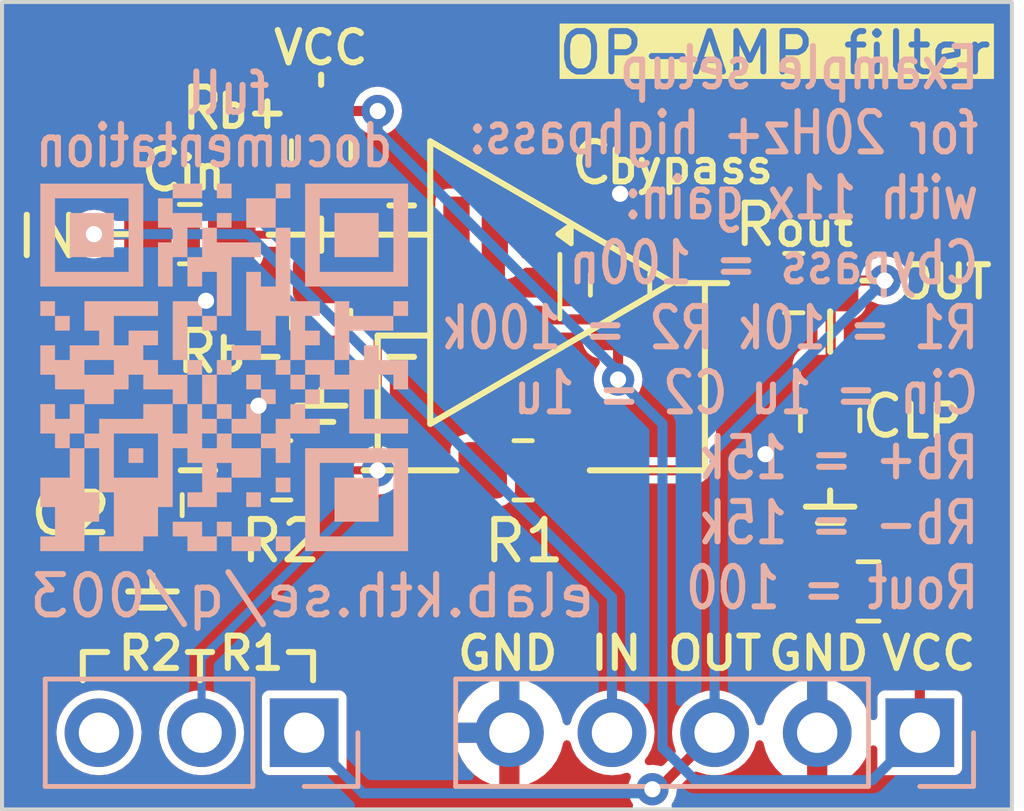
<source format=kicad_pcb>
(kicad_pcb (version 20241229) (generator "pcbnew") (generator_version "9.0")
  (layers (0 "F.Cu" signal) (2 "B.Cu" signal) (13 "F.Paste" user) (15 "B.Paste" user) (5 "F.SilkS" user "F.Silkscreen") (7 "B.SilkS" user "B.Silkscreen") (1 "F.Mask" user) (3 "B.Mask" user) (25 "Edge.Cuts" user))
  (net 0 "")
  (net 1 "VCC")
  (net 2 "GND")
  (net 3 "/in-")
  (net 4 "/out")
  (net 5 "/in+")
  (net 6 "/in")
  (net 7 "Net-(C2-Pad1)")
  (net 8 "Net-(R1-Pad1)")
  (footprint "Package_TO_SOT_SMD:SOT-23-5_HandSoldering" (layer "F.Cu") (at 96.2 61.95 -90)
    (property "Reference" "U1" (hide yes))
    (property "Value" "MCP6001-OT")
    (fp_line (start -0.9 1.61) (end 0.9 1.61) (stroke (width 0.12)) (layer "F.SilkS"))
    (fp_line (start 0.1 -1.61) (end -0.7 -1.61) (stroke (width 0.12)) (layer "F.SilkS"))
    (fp_line (start 0.1 -1.61) (end 0.9 -1.61) (stroke (width 0.12)) (layer "F.SilkS"))
    (fp_poly (pts (xy -1.2 -1.56) (xy -1.44 -1.89) (xy -0.96 -1.89) (xy -1.2 -1.56)) (stroke (width 0.12)) (fill yes) (layer "F.SilkS"))
    (pad "1" smd roundrect (at -1.35 -0.95 270) (size 1.56 0.65) (layers "F.Cu" "F.Mask" "F.Paste") (net 8 "Net-(R1-Pad1)"))
    (pad "2" smd roundrect (at -1.35 0 270) (size 1.56 0.65) (layers "F.Cu" "F.Mask" "F.Paste") (net 2 "GND"))
    (pad "3" smd roundrect (at -1.35 0.95 270) (size 1.56 0.65) (layers "F.Cu" "F.Mask" "F.Paste") (net 5 "/in+"))
    (pad "4" smd roundrect (at 1.35 0.95 270) (size 1.56 0.65) (layers "F.Cu" "F.Mask" "F.Paste") (net 3 "/in-"))
    (pad "5" smd roundrect (at 1.35 -0.95 270) (size 1.56 0.65) (layers "F.Cu" "F.Mask" "F.Paste") (net 1 "VCC"))
  )
  (footprint "Capacitor_SMD:C_0805_2012Metric_Pad1.18x1.45mm_HandSolder" (layer "F.Cu") (at 99.3 62 90)
    (property "Reference" "C4" (hide yes))
    (property "Value" "100n")
    (fp_line (start -0.261252 -0.735) (end 0.261252 -0.735) (stroke (width 0.12)) (layer "F.SilkS"))
    (fp_line (start -0.261252 0.735) (end 0.261252 0.735) (stroke (width 0.12)) (layer "F.SilkS"))
    (pad "1" smd roundrect (at -1.0375 0 90) (size 1.175 1.45) (layers "F.Cu" "F.Mask" "F.Paste") (roundrect_rratio 0.212766) (net 1 "VCC"))
    (pad "2" smd roundrect (at 1.0375 0 90) (size 1.175 1.45) (layers "F.Cu" "F.Mask" "F.Paste") (roundrect_rratio 0.212766) (net 2 "GND"))
  )
  (footprint "Capacitor_SMD:C_0805_2012Metric_Pad1.18x1.45mm_HandSolder" (layer "F.Cu") (at 87.725 67.4625 -90)
    (property "Reference" "C2" (at 0.2125 2.025 0) (layer "F.SilkS"))
    (property "Value" "10u")
    (fp_line (start -0.261252 0.735) (end 0.261252 0.735) (stroke (width 0.12)) (layer "F.SilkS"))
    (fp_line (start -0.261252 -0.735) (end 0.261252 -0.735) (stroke (width 0.12)) (layer "F.SilkS"))
    (pad "1" smd roundrect (at -1.0375 0 270) (size 1.175 1.45) (layers "F.Cu" "F.Mask" "F.Paste") (roundrect_rratio 0.212766) (net 7 "Net-(C2-Pad1)"))
    (pad "2" smd roundrect (at 1.0375 0 270) (size 1.175 1.45) (layers "F.Cu" "F.Mask" "F.Paste") (roundrect_rratio 0.212766) (net 2 "GND"))
  )
  (footprint "Capacitor_SMD:C_0805_2012Metric_Pad1.18x1.45mm_HandSolder" (layer "F.Cu") (at 88.65 60.75)
    (property "Reference" "C1" (hide yes))
    (property "Value" "1u")
    (fp_line (start -0.261252 -0.735) (end 0.261252 -0.735) (stroke (width 0.12)) (layer "F.SilkS"))
    (fp_line (start -0.261252 0.735) (end 0.261252 0.735) (stroke (width 0.12)) (layer "F.SilkS"))
    (pad "1" smd roundrect (at -1.0375 0) (size 1.175 1.45) (layers "F.Cu" "F.Mask" "F.Paste") (roundrect_rratio 0.212766) (net 6 "/in"))
    (pad "2" smd roundrect (at 1.0375 0) (size 1.175 1.45) (layers "F.Cu" "F.Mask" "F.Paste") (roundrect_rratio 0.212766) (net 5 "/in+"))
  )
  (footprint "Resistor_SMD:R_0805_2012Metric_Pad1.20x1.40mm_HandSolder" (layer "F.Cu") (at 103.6 61.9625 180)
    (property "Reference" "R3" (hide yes))
    (property "Value" "100")
    (fp_line (start -0.227064 0.735) (end 0.227064 0.735) (stroke (width 0.12)) (layer "F.SilkS"))
    (fp_line (start -0.227064 -0.735) (end 0.227064 -0.735) (stroke (width 0.12)) (layer "F.SilkS"))
    (pad "1" smd roundrect (at -1 0 180) (size 1.2 1.4) (layers "F.Cu" "F.Mask" "F.Paste") (roundrect_rratio 0.208333) (net 4 "/out"))
    (pad "2" smd roundrect (at 1 0 180) (size 1.2 1.4) (layers "F.Cu" "F.Mask" "F.Paste") (roundrect_rratio 0.208333) (net 8 "Net-(R1-Pad1)"))
  )
  (footprint "Capacitor_SMD:C_0805_2012Metric_Pad1.18x1.45mm_HandSolder" (layer "F.Cu") (at 104.5 65.3625 -90)
    (property "Reference" "C3" (hide yes))
    (property "Value" "100n")
    (fp_line (start -0.261252 0.735) (end 0.261252 0.735) (stroke (width 0.12)) (layer "F.SilkS"))
    (fp_line (start -0.261252 -0.735) (end 0.261252 -0.735) (stroke (width 0.12)) (layer "F.SilkS"))
    (pad "1" smd roundrect (at -1.0375 0 270) (size 1.175 1.45) (layers "F.Cu" "F.Mask" "F.Paste") (roundrect_rratio 0.212766) (net 4 "/out"))
    (pad "2" smd roundrect (at 1.0375 0 270) (size 1.175 1.45) (layers "F.Cu" "F.Mask" "F.Paste") (roundrect_rratio 0.212766) (net 2 "GND"))
  )
  (footprint "Resistor_SMD:R_0805_2012Metric_Pad1.20x1.40mm_HandSolder" (layer "F.Cu") (at 91.9 58.6625 -90)
    (property "Reference" "Rb+1" (hide yes))
    (property "Value" "15k")
    (fp_line (start -0.227064 0.735) (end 0.227064 0.735) (stroke (width 0.12)) (layer "F.SilkS"))
    (fp_line (start -0.227064 -0.735) (end 0.227064 -0.735) (stroke (width 0.12)) (layer "F.SilkS"))
    (pad "1" smd roundrect (at -1 0 270) (size 1.2 1.4) (layers "F.Cu" "F.Mask" "F.Paste") (roundrect_rratio 0.208333) (net 1 "VCC"))
    (pad "2" smd roundrect (at 1 0 270) (size 1.2 1.4) (layers "F.Cu" "F.Mask" "F.Paste") (roundrect_rratio 0.208333) (net 5 "/in+"))
  )
  (footprint "Resistor_SMD:R_0805_2012Metric_Pad1.20x1.40mm_HandSolder" (layer "F.Cu") (at 90.925 66.6)
    (property "Reference" "R2" (at -0.025 1.75 0) (layer "F.SilkS"))
    (property "Value" "1k")
    (fp_line (start -0.227064 -0.735) (end 0.227064 -0.735) (stroke (width 0.12)) (layer "F.SilkS"))
    (fp_line (start -0.227064 0.735) (end 0.227064 0.735) (stroke (width 0.12)) (layer "F.SilkS"))
    (pad "1" smd roundrect (at -1 0) (size 1.2 1.4) (layers "F.Cu" "F.Mask" "F.Paste") (roundrect_rratio 0.208333) (net 7 "Net-(C2-Pad1)"))
    (pad "2" smd roundrect (at 1 0) (size 1.2 1.4) (layers "F.Cu" "F.Mask" "F.Paste") (roundrect_rratio 0.208333) (net 3 "/in-"))
  )
  (footprint "Resistor_SMD:R_0805_2012Metric_Pad1.20x1.40mm_HandSolder" (layer "F.Cu") (at 96.9 66.6 180)
    (property "Reference" "R1" (at -0.025 -1.75 180) (layer "F.SilkS"))
    (property "Value" "10k")
    (fp_line (start -0.227064 0.735) (end 0.227064 0.735) (stroke (width 0.12)) (layer "F.SilkS"))
    (fp_line (start -0.227064 -0.735) (end 0.227064 -0.735) (stroke (width 0.12)) (layer "F.SilkS"))
    (pad "1" smd roundrect (at -1 0 180) (size 1.2 1.4) (layers "F.Cu" "F.Mask" "F.Paste") (roundrect_rratio 0.208333) (net 8 "Net-(R1-Pad1)"))
    (pad "2" smd roundrect (at 1 0 180) (size 1.2 1.4) (layers "F.Cu" "F.Mask" "F.Paste") (roundrect_rratio 0.208333) (net 3 "/in-"))
  )
  (footprint "Resistor_SMD:R_0805_2012Metric_Pad1.20x1.40mm_HandSolder" (layer "F.Cu") (at 91.9 62.8625 90)
    (property "Reference" "Rb-1" (hide yes))
    (property "Value" "15k")
    (fp_line (start -0.227064 -0.735) (end 0.227064 -0.735) (stroke (width 0.12)) (layer "F.SilkS"))
    (fp_line (start -0.227064 0.735) (end 0.227064 0.735) (stroke (width 0.12)) (layer "F.SilkS"))
    (pad "1" smd roundrect (at -1 0 90) (size 1.2 1.4) (layers "F.Cu" "F.Mask" "F.Paste") (roundrect_rratio 0.208333) (net 2 "GND"))
    (pad "2" smd roundrect (at 1 0 90) (size 1.2 1.4) (layers "F.Cu" "F.Mask" "F.Paste") (roundrect_rratio 0.208333) (net 5 "/in+"))
  )
  (footprint "Capacitor_SMD:C_0805_2012Metric_Pad1.18x1.45mm_HandSolder" (layer "F.Cu") (at 105.45 69.6 180)
    (property "Reference" "C5" (hide yes))
    (property "Value" "10u")
    (fp_line (start -0.261252 0.735) (end 0.261252 0.735) (stroke (width 0.12)) (layer "F.SilkS"))
    (fp_line (start -0.261252 -0.735) (end 0.261252 -0.735) (stroke (width 0.12)) (layer "F.SilkS"))
    (pad "1" smd roundrect (at -1.0375 0 180) (size 1.175 1.45) (layers "F.Cu" "F.Mask" "F.Paste") (roundrect_rratio 0.212766) (net 1 "VCC"))
    (pad "2" smd roundrect (at 1.0375 0 180) (size 1.175 1.45) (layers "F.Cu" "F.Mask" "F.Paste") (roundrect_rratio 0.212766) (net 2 "GND"))
  )
  (footprint "LOGO" (layer "B.Cu") (at 89.5 64.05 180)
    (property "Reference" "G***" (hide yes))
    (property "Value" "LOGO" (hide yes))
    (fp_poly (pts (xy 3.823656 3.27742) (xy 3.823656 2.731183) (xy 3.277419 2.731183) (xy 2.731182 2.731183) (xy 2.731182 3.27742) (xy 2.731182 3.823656) (xy 3.277419 3.823656) (xy 3.823656 3.823656)) (fill yes) (layer "B.SilkS"))
    (fp_poly (pts (xy 2.367025 -2.184946) (xy 2.367025 -2.367025) (xy 2.184946 -2.367025) (xy 2.002867 -2.367025) (xy 2.002867 -2.184946) (xy 2.002867 -2.002867) (xy 2.184946 -2.002867) (xy 2.367025 -2.002867)) (fill yes) (layer "B.SilkS"))
    (fp_poly (pts (xy 1.274552 4.369893) (xy 1.274552 4.187814) (xy 0.910394 4.187814) (xy 0.546236 4.187814) (xy 0.546236 4.369893) (xy 0.546236 4.551972) (xy 0.910394 4.551972) (xy 1.274552 4.551972)) (fill yes) (layer "B.SilkS"))
    (fp_poly (pts (xy 0.182079 4.369893) (xy 0.182079 4.187814) (xy 0 4.187814) (xy -0.182079 4.187814) (xy -0.182079 4.369893) (xy -0.182079 4.551972) (xy 0 4.551972) (xy 0.182079 4.551972)) (fill yes) (layer "B.SilkS"))
    (fp_poly (pts (xy -0.182079 0.364158) (xy -0.182079 0.182079) (xy -0.546237 0.182079) (xy -0.910395 0.182079) (xy -0.910395 0.364158) (xy -0.910395 0.546237) (xy -0.546237 0.546237) (xy -0.182079 0.546237)) (fill yes) (layer "B.SilkS"))
    (fp_poly (pts (xy -0.546237 -3.277419) (xy -0.546237 -3.459498) (xy -0.728316 -3.459498) (xy -0.910395 -3.459498) (xy -0.910395 -3.277419) (xy -0.910395 -3.09534) (xy -0.728316 -3.09534) (xy -0.546237 -3.09534)) (fill yes) (layer "B.SilkS"))
    (fp_poly (pts (xy -1.274552 4.369893) (xy -1.274552 4.187814) (xy -1.456631 4.187814) (xy -1.63871 4.187814) (xy -1.63871 4.369893) (xy -1.63871 4.551972) (xy -1.456631 4.551972) (xy -1.274552 4.551972)) (fill yes) (layer "B.SilkS"))
    (fp_poly (pts (xy -1.274552 -2.913261) (xy -1.274552 -3.09534) (xy -1.456631 -3.09534) (xy -1.63871 -3.09534) (xy -1.63871 -2.913261) (xy -1.63871 -2.731182) (xy -1.456631 -2.731182) (xy -1.274552 -2.731182)) (fill yes) (layer "B.SilkS"))
    (fp_poly (pts (xy -1.274552 -4.369892) (xy -1.274552 -4.551971) (xy -1.456631 -4.551971) (xy -1.63871 -4.551971) (xy -1.63871 -4.369892) (xy -1.63871 -4.187813) (xy -1.456631 -4.187813) (xy -1.274552 -4.187813)) (fill yes) (layer "B.SilkS"))
    (fp_poly (pts (xy -2.002868 -0.728315) (xy -2.002868 -0.910394) (xy -2.184947 -0.910394) (xy -2.367025 -0.910394) (xy -2.367025 -0.728315) (xy -2.367025 -0.546236) (xy -2.184947 -0.546236) (xy -2.002868 -0.546236)) (fill yes) (layer "B.SilkS"))
    (fp_poly (pts (xy -2.731183 3.27742) (xy -2.731183 2.731183) (xy -3.27742 2.731183) (xy -3.823656 2.731183) (xy -3.823656 3.27742) (xy -3.823656 3.823656) (xy -3.27742 3.823656) (xy -2.731183 3.823656)) (fill yes) (layer "B.SilkS"))
    (fp_poly (pts (xy -2.731183 -3.277419) (xy -2.731183 -3.823656) (xy -3.27742 -3.823656) (xy -3.823656 -3.823656) (xy -3.823656 -3.277419) (xy -3.823656 -2.731182) (xy -3.27742 -2.731182) (xy -2.731183 -2.731182)) (fill yes) (layer "B.SilkS"))
    (fp_poly (pts (xy 4.551971 1.456631) (xy 4.551971 1.274552) (xy 4.369892 1.274552) (xy 4.187813 1.274552) (xy 4.187813 1.092473) (xy 4.187813 0.910395) (xy 4.005734 0.910395) (xy 3.823656 0.910395) (xy 3.823656 1.092473) (xy 3.823656 1.274552) (xy 4.005734 1.274552) (xy 4.187813 1.274552) (xy 4.187813 1.456631) (xy 4.187813 1.63871) (xy 4.369892 1.63871) (xy 4.551971 1.63871)) (fill yes) (layer "B.SilkS"))
    (fp_poly (pts (xy -0.546237 -0.364157) (xy -0.546237 -0.546236) (xy -0.728316 -0.546236) (xy -0.910395 -0.546236) (xy -0.910395 -0.728315) (xy -0.910395 -0.910394) (xy -1.092473 -0.910394) (xy -1.274552 -0.910394) (xy -1.274552 -0.728315) (xy -1.274552 -0.546236) (xy -1.092473 -0.546236) (xy -0.910395 -0.546236) (xy -0.910395 -0.364157) (xy -0.910395 -0.182079) (xy -0.728316 -0.182079) (xy -0.546237 -0.182079)) (fill yes) (layer "B.SilkS"))
    (fp_poly (pts (xy -1.274552 0) (xy -1.274552 -0.182079) (xy -1.456631 -0.182079) (xy -1.63871 -0.182079) (xy -1.63871 -0.364157) (xy -1.63871 -0.546236) (xy -1.820789 -0.546236) (xy -2.002868 -0.546236) (xy -2.002868 -0.364157) (xy -2.002868 -0.182079) (xy -1.820789 -0.182079) (xy -1.63871 -0.182079) (xy -1.63871 0) (xy -1.63871 0.182079) (xy -1.456631 0.182079) (xy -1.274552 0.182079)) (fill yes) (layer "B.SilkS"))
    (fp_poly (pts (xy 4.551971 3.27742) (xy 4.551971 2.002868) (xy 3.277419 2.002868) (xy 2.002867 2.002868) (xy 2.002867 3.27742) (xy 2.002867 4.187814) (xy 2.367025 4.187814) (xy 2.367025 3.27742) (xy 2.367025 2.367025) (xy 3.277419 2.367025) (xy 4.187813 2.367025) (xy 4.187813 3.27742) (xy 4.187813 4.187814) (xy 3.277419 4.187814) (xy 2.367025 4.187814) (xy 2.002867 4.187814) (xy 2.002867 4.551972) (xy 3.277419 4.551972) (xy 4.551971 4.551972)) (fill yes) (layer "B.SilkS"))
    (fp_poly (pts (xy -2.002868 3.27742) (xy -2.002868 2.002868) (xy -3.27742 2.002868) (xy -4.551972 2.002868) (xy -4.551972 3.27742) (xy -4.551972 4.187814) (xy -4.187814 4.187814) (xy -4.187814 3.27742) (xy -4.187814 2.367025) (xy -3.27742 2.367025) (xy -2.367025 2.367025) (xy -2.367025 3.27742) (xy -2.367025 4.187814) (xy -3.27742 4.187814) (xy -4.187814 4.187814) (xy -4.551972 4.187814) (xy -4.551972 4.551972) (xy -3.27742 4.551972) (xy -2.002868 4.551972)) (fill yes) (layer "B.SilkS"))
    (fp_poly (pts (xy -2.002868 -3.277419) (xy -2.002868 -4.551971) (xy -3.27742 -4.551971) (xy -4.551972 -4.551971) (xy -4.551972 -3.277419) (xy -4.551972 -2.367025) (xy -4.187814 -2.367025) (xy -4.187814 -3.277419) (xy -4.187814 -4.187813) (xy -3.27742 -4.187813) (xy -2.367025 -4.187813) (xy -2.367025 -3.277419) (xy -2.367025 -2.367025) (xy -3.27742 -2.367025) (xy -4.187814 -2.367025) (xy -4.551972 -2.367025) (xy -4.551972 -2.002867) (xy -3.27742 -2.002867) (xy -2.002868 -2.002867)) (fill yes) (layer "B.SilkS"))
    (fp_poly (pts (xy -0.546237 -1.092473) (xy -0.546237 -1.274552) (xy -0.364158 -1.274552) (xy -0.182079 -1.274552) (xy -0.182079 -1.092473) (xy -0.182079 -0.910394) (xy 0 -0.910394) (xy 0.182079 -0.910394) (xy 0.182079 -1.092473) (xy 0.182079 -1.274552) (xy 0 -1.274552) (xy -0.182079 -1.274552) (xy -0.182079 -1.45663) (xy -0.182079 -1.638709) (xy -0.546237 -1.638709) (xy -0.910395 -1.638709) (xy -0.910395 -1.274552) (xy -0.910395 -0.910394) (xy -0.728316 -0.910394) (xy -0.546237 -0.910394)) (fill yes) (layer "B.SilkS"))
    (fp_poly (pts (xy 0.182079 -4.005734) (xy 0.182079 -4.187813) (xy 0.364157 -4.187813) (xy 0.546236 -4.187813) (xy 0.546236 -4.005734) (xy 0.546236 -3.823656) (xy 0.910394 -3.823656) (xy 1.274552 -3.823656) (xy 1.274552 -4.005734) (xy 1.274552 -4.187813) (xy 1.092473 -4.187813) (xy 0.910394 -4.187813) (xy 0.910394 -4.369892) (xy 0.910394 -4.551971) (xy 0.546236 -4.551971) (xy 0.182079 -4.551971) (xy 0.182079 -4.369892) (xy 0.182079 -4.187813) (xy 0 -4.187813) (xy -0.182079 -4.187813) (xy -0.182079 -4.369892) (xy -0.182079 -4.551971) (xy -0.546237 -4.551971) (xy -0.910395 -4.551971) (xy -0.910395 -4.369892) (xy -0.910395 -4.187813) (xy -0.546237 -4.187813) (xy -0.182079 -4.187813) (xy -0.182079 -4.005734) (xy -0.182079 -3.823656) (xy 0 -3.823656) (xy 0.182079 -3.823656)) (fill yes) (layer "B.SilkS"))
    (fp_poly (pts (xy -0.546237 3.823656) (xy -0.546237 3.459499) (xy -0.910395 3.459499) (xy -1.274552 3.459499) (xy -1.274552 2.731183) (xy -1.274552 2.002868) (xy -1.092473 2.002868) (xy -0.910395 2.002868) (xy -0.910395 2.184947) (xy -0.910395 2.367025) (xy -0.728316 2.367025) (xy -0.546237 2.367025) (xy -0.546237 1.63871) (xy -0.546237 0.910395) (xy -0.728316 0.910395) (xy -0.910395 0.910395) (xy -0.910395 0.728316) (xy -0.910395 0.546237) (xy -1.092473 0.546237) (xy -1.274552 0.546237) (xy -1.274552 0.910395) (xy -1.274552 1.274552) (xy -1.456631 1.274552) (xy -1.63871 1.274552) (xy -1.63871 0.728316) (xy -1.63871 0.182079) (xy -1.820789 0.182079) (xy -2.002868 0.182079) (xy -2.002868 0) (xy -2.002868 -0.182079) (xy -2.184947 -0.182079) (xy -2.367025 -0.182079) (xy -2.367025 -0.364157) (xy -2.367025 -0.546236) (xy -2.731183 -0.546236) (xy -3.095341 -0.546236) (xy -3.095341 -1.092473) (xy -3.095341 -1.638709) (xy -3.823656 -1.638709) (xy -4.551972 -1.638709) (xy -4.551972 -1.45663) (xy -4.551972 -1.274552) (xy -4.005735 -1.274552) (xy -3.459499 -1.274552) (xy -3.459499 -0.910394) (xy -3.459499 -0.546236) (xy -3.641577 -0.546236) (xy -3.823656 -0.546236) (xy -3.823656 -0.364157) (xy -3.823656 -0.182079) (xy -4.005735 -0.182079) (xy -4.187814 -0.182079) (xy -4.187814 -0.364157) (xy -4.187814 -0.546236) (xy -4.369893 -0.546236) (xy -4.551972 -0.546236) (xy -4.551972 -0.182079) (xy -4.551972 0.182079) (xy -4.187814 0.182079) (xy -3.823656 0.182079) (xy -3.823656 0.364158) (xy -3.823656 0.546237) (xy -3.641577 0.546237) (xy -3.459499 0.546237) (xy -3.459499 0.364158) (xy -3.459499 0.182079) (xy -3.27742 0.182079) (xy -3.095341 0.182079) (xy -3.095341 0) (xy -3.095341 -0.182079) (xy -2.913262 -0.182079) (xy -2.731183 -0.182079) (xy -2.731183 0) (xy -2.731183 0.182079) (xy -2.913262 0.182079) (xy -3.095341 0.182079) (xy -3.095341 0.546237) (xy -3.095341 0.910395) (xy -3.641577 0.910395) (xy -4.187814 0.910395) (xy -4.187814 1.092473) (xy -4.187814 1.274552) (xy -4.369893 1.274552) (xy -4.551972 1.274552) (xy -4.551972 1.456631) (xy -4.551972 1.63871) (xy -4.369893 1.63871) (xy -4.187814 1.63871) (xy -4.187814 1.456631) (xy -4.187814 1.274552) (xy -3.641577 1.274552) (xy -3.095341 1.274552) (xy -3.095341 1.456631) (xy -3.095341 1.63871) (xy -2.913262 1.63871) (xy -2.731183 1.63871) (xy -2.731183 0.910395) (xy -2.731183 0.182079) (xy -2.367025 0.182079) (xy -2.002868 0.182079) (xy -2.002868 0.364158) (xy -2.002868 0.546237) (xy -2.184947 0.546237) (xy -2.367025 0.546237) (xy -2.367025 0.728316) (xy -2.367025 0.910395) (xy -2.184947 0.910395) (xy -2.002868 0.910395) (xy -2.002868 1.092473) (xy -2.002868 1.274552) (xy -2.184947 1.274552) (xy -2.367025 1.274552) (xy -2.367025 1.456631) (xy -2.367025 1.63871) (xy -2.002868 1.63871) (xy -1.63871 1.63871) (xy -1.63871 2.549104) (xy -1.63871 3.459499) (xy -1.456631 3.459499) (xy -1.274552 3.459499) (xy -1.274552 3.823656) (xy -1.274552 4.187814) (xy -0.910395 4.187814) (xy -0.546237 4.187814)) (fill yes) (layer "B.SilkS"))
    (fp_poly (pts (xy -1.63871 -1.092473) (xy -1.63871 -1.274552) (xy -1.456631 -1.274552) (xy -1.274552 -1.274552) (xy -1.274552 -1.45663) (xy -1.274552 -1.638709) (xy -1.092473 -1.638709) (xy -0.910395 -1.638709) (xy -0.910395 -1.820788) (xy -0.910395 -2.002867) (xy -0.546237 -2.002867) (xy -0.182079 -2.002867) (xy -0.182079 -1.820788) (xy -0.182079 -1.638709) (xy 0 -1.638709) (xy 0.182079 -1.638709) (xy 0.182079 -1.820788) (xy 0.182079 -2.002867) (xy 0.364157 -2.002867) (xy 0.546236 -2.002867) (xy 0.546236 -1.820788) (xy 0.546236 -1.638709) (xy 0.364157 -1.638709) (xy 0.182079 -1.638709) (xy 0.182079 -1.45663) (xy 0.182079 -1.274552) (xy 0.364157 -1.274552) (xy 0.546236 -1.274552) (xy 0.546236 -1.092473) (xy 0.546236 -0.910394) (xy 0.728315 -0.910394) (xy 0.910394 -0.910394) (xy 0.910394 -1.274552) (xy 0.910394 -1.638709) (xy 1.092473 -1.638709) (xy 1.274552 -1.638709) (xy 1.638709 -1.638709) (xy 1.638709 -2.184946) (xy 1.638709 -2.731182) (xy 2.184946 -2.731182) (xy 2.731182 -2.731182) (xy 2.731182 -2.184946) (xy 2.731182 -1.638709) (xy 2.184946 -1.638709) (xy 1.638709 -1.638709) (xy 1.274552 -1.638709) (xy 1.274552 -1.274552) (xy 1.274552 -0.910394) (xy 1.638709 -0.910394) (xy 2.002867 -0.910394) (xy 2.002867 -1.092473) (xy 2.002867 -1.274552) (xy 2.549104 -1.274552) (xy 3.09534 -1.274552) (xy 3.09534 -1.45663) (xy 3.09534 -1.638709) (xy 3.277419 -1.638709) (xy 3.459498 -1.638709) (xy 3.459498 -1.274552) (xy 3.459498 -0.910394) (xy 3.641577 -0.910394) (xy 3.823656 -0.910394) (xy 3.823656 -1.092473) (xy 3.823656 -1.274552) (xy 4.005734 -1.274552) (xy 4.187813 -1.274552) (xy 4.187813 -1.092473) (xy 4.187813 -0.910394) (xy 4.369892 -0.910394) (xy 4.551971 -0.910394) (xy 4.551971 -1.274552) (xy 4.551971 -1.638709) (xy 4.369892 -1.638709) (xy 4.187813 -1.638709) (xy 4.187813 -1.820788) (xy 4.187813 -2.002867) (xy 4.005734 -2.002867) (xy 3.823656 -2.002867) (xy 3.823656 -2.367025) (xy 3.823656 -2.731182) (xy 4.187813 -2.731182) (xy 4.551971 -2.731182) (xy 4.551971 -3.09534) (xy 4.551971 -3.459498) (xy 4.369892 -3.459498) (xy 4.187813 -3.459498) (xy 4.187813 -3.823656) (xy 4.187813 -4.187813) (xy 4.369892 -4.187813) (xy 4.551971 -4.187813) (xy 4.551971 -4.369892) (xy 4.551971 -4.551971) (xy 4.005734 -4.551971) (xy 3.459498 -4.551971) (xy 3.459498 -4.187813) (xy 3.459498 -3.823656) (xy 3.277419 -3.823656) (xy 3.09534 -3.823656) (xy 3.09534 -3.459498) (xy 3.09534 -3.09534) (xy 3.277419 -3.09534) (xy 3.459498 -3.09534) (xy 3.459498 -2.549104) (xy 3.459498 -2.002867) (xy 3.641577 -2.002867) (xy 3.823656 -2.002867) (xy 3.823656 -1.820788) (xy 3.823656 -1.638709) (xy 3.641577 -1.638709) (xy 3.459498 -1.638709) (xy 3.459498 -1.820788) (xy 3.459498 -2.002867) (xy 3.277419 -2.002867) (xy 3.09534 -2.002867) (xy 3.09534 -2.549104) (xy 3.09534 -3.09534) (xy 2.913261 -3.09534) (xy 2.731182 -3.09534) (xy 2.731182 -3.641577) (xy 2.731182 -4.187813) (xy 2.913261 -4.187813) (xy 3.09534 -4.187813) (xy 3.09534 -4.369892) (xy 3.09534 -4.551971) (xy 2.549104 -4.551971) (xy 2.002867 -4.551971) (xy 2.002867 -4.369892) (xy 2.002867 -4.187813) (xy 1.820788 -4.187813) (xy 1.638709 -4.187813) (xy 1.638709 -3.823656) (xy 1.638709 -3.459498) (xy 1.45663 -3.459498) (xy 1.274552 -3.459498) (xy 1.274552 -2.731182) (xy 1.274552 -2.002867) (xy 1.092473 -2.002867) (xy 0.910394 -2.002867) (xy 0.910394 -2.184946) (xy 0.910394 -2.367025) (xy 0.728315 -2.367025) (xy 0.546236 -2.367025) (xy 0.546236 -2.731182) (xy 0.546236 -3.09534) (xy 0.728315 -3.09534) (xy 0.910394 -3.09534) (xy 0.910394 -3.277419) (xy 0.910394 -3.459498) (xy 0.546236 -3.459498) (xy 0.182079 -3.459498) (xy 0.182079 -3.277419) (xy 0.182079 -3.09534) (xy 0 -3.09534) (xy -0.182079 -3.09534) (xy -0.182079 -2.913261) (xy -0.182079 -2.731182) (xy -0.546237 -2.731182) (xy -0.910395 -2.731182) (xy -0.910395 -2.367025) (xy -0.182079 -2.367025) (xy -0.182079 -2.549104) (xy -0.182079 -2.731182) (xy 0 -2.731182) (xy 0.182079 -2.731182) (xy 0.182079 -2.549104) (xy 0.182079 -2.367025) (xy 0 -2.367025) (xy -0.182079 -2.367025) (xy -0.910395 -2.367025) (xy -0.910395 -2.002867) (xy -1.092473 -2.002867) (xy -1.274552 -2.002867) (xy -1.274552 -2.184946) (xy -1.274552 -2.367025) (xy -1.456631 -2.367025) (xy -1.63871 -2.367025) (xy -1.63871 -2.002867) (xy -1.63871 -1.638709) (xy -2.002868 -1.638709) (xy -2.367025 -1.638709) (xy -2.367025 -1.45663) (xy -2.367025 -1.274552) (xy -2.184947 -1.274552) (xy -2.002868 -1.274552) (xy -2.002868 -1.092473) (xy -2.002868 -0.910394) (xy -1.820789 -0.910394) (xy -1.63871 -0.910394)) (fill yes) (layer "B.SilkS"))
    (fp_poly (pts (xy 1.638709 3.823656) (xy 1.638709 3.459499) (xy 1.45663 3.459499) (xy 1.274552 3.459499) (xy 1.274552 3.27742) (xy 1.274552 3.095341) (xy 1.45663 3.095341) (xy 1.638709 3.095341) (xy 1.638709 2.549104) (xy 1.638709 2.002868) (xy 1.45663 2.002868) (xy 1.274552 2.002868) (xy 1.274552 2.367025) (xy 1.274552 2.731183) (xy 1.092473 2.731183) (xy 0.910394 2.731183) (xy 0.910394 2.367025) (xy 0.910394 2.002868) (xy 0.728315 2.002868) (xy 0.546236 2.002868) (xy 0.546236 2.184947) (xy 0.546236 2.367025) (xy 0.364157 2.367025) (xy 0.182079 2.367025) (xy 0.182079 1.820789) (xy 0.182079 1.274552) (xy 0.364157 1.274552) (xy 0.546236 1.274552) (xy 0.546236 1.456631) (xy 0.546236 1.63871) (xy 0.910394 1.63871) (xy 1.274552 1.63871) (xy 1.274552 0.910395) (xy 1.274552 0.182079) (xy 1.092473 0.182079) (xy 0.910394 0.182079) (xy 0.910394 0) (xy 0.910394 -0.182079) (xy 1.274552 -0.182079) (xy 1.638709 -0.182079) (xy 1.638709 0) (xy 1.638709 0.182079) (xy 1.820788 0.182079) (xy 2.002867 0.182079) (xy 2.731182 0.182079) (xy 2.731182 0) (xy 2.731182 -0.182079) (xy 3.09534 -0.182079) (xy 3.459498 -0.182079) (xy 3.459498 0) (xy 3.459498 0.182079) (xy 3.09534 0.182079) (xy 2.731182 0.182079) (xy 2.002867 0.182079) (xy 2.002867 0.364158) (xy 2.002867 0.546237) (xy 1.820788 0.546237) (xy 1.638709 0.546237) (xy 1.638709 0.728316) (xy 1.638709 0.910395) (xy 2.002867 0.910395) (xy 2.367025 0.910395) (xy 2.367025 0.728316) (xy 2.367025 0.546237) (xy 2.549104 0.546237) (xy 2.731182 0.546237) (xy 2.731182 0.910395) (xy 2.731182 1.274552) (xy 2.184946 1.274552) (xy 1.638709 1.274552) (xy 1.638709 1.456631) (xy 1.638709 1.63871) (xy 2.549104 1.63871) (xy 3.459498 1.63871) (xy 3.459498 1.274552) (xy 3.459498 0.910395) (xy 3.277419 0.910395) (xy 3.09534 0.910395) (xy 3.09534 0.728316) (xy 3.09534 0.546237) (xy 3.459498 0.546237) (xy 3.823656 0.546237) (xy 3.823656 0.364158) (xy 3.823656 0.182079) (xy 4.005734 0.182079) (xy 4.187813 0.182079) (xy 4.187813 0.364158) (xy 4.187813 0.546237) (xy 4.369892 0.546237) (xy 4.551971 0.546237) (xy 4.551971 0.182079) (xy 4.551971 -0.182079) (xy 4.369892 -0.182079) (xy 4.187813 -0.182079) (xy 4.187813 -0.364157) (xy 4.187813 -0.546236) (xy 3.823656 -0.546236) (xy 3.459498 -0.546236) (xy 3.459498 -0.728315) (xy 3.459498 -0.910394) (xy 3.09534 -0.910394) (xy 2.731182 -0.910394) (xy 2.731182 -0.728315) (xy 2.731182 -0.546236) (xy 2.549104 -0.546236) (xy 2.367025 -0.546236) (xy 2.367025 -0.364157) (xy 2.367025 -0.182079) (xy 2.184946 -0.182079) (xy 2.002867 -0.182079) (xy 2.002867 -0.364157) (xy 2.002867 -0.546236) (xy 1.638709 -0.546236) (xy 1.274552 -0.546236) (xy 1.274552 -0.728315) (xy 1.274552 -0.910394) (xy 1.092473 -0.910394) (xy 0.910394 -0.910394) (xy 0.910394 -0.546236) (xy 0.910394 -0.182079) (xy 0.728315 -0.182079) (xy 0.546236 -0.182079) (xy 0.546236 -0.546236) (xy 0.546236 -0.910394) (xy 0.364157 -0.910394) (xy 0.182079 -0.910394) (xy 0.182079 -0.546236) (xy 0.182079 -0.182079) (xy 0 -0.182079) (xy -0.182079 -0.182079) (xy -0.182079 0) (xy -0.182079 0.182079) (xy 0 0.182079) (xy 0.182079 0.182079) (xy 0.182079 0) (xy 0.182079 -0.182079) (xy 0.364157 -0.182079) (xy 0.546236 -0.182079) (xy 0.546236 0) (xy 0.546236 0.182079) (xy 0.728315 0.182079) (xy 0.910394 0.182079) (xy 0.910394 0.728316) (xy 0.910394 1.274552) (xy 0.728315 1.274552) (xy 0.546236 1.274552) (xy 0.546236 1.092473) (xy 0.546236 0.910395) (xy 0.364157 0.910395) (xy 0.182079 0.910395) (xy 0.182079 1.092473) (xy 0.182079 1.274552) (xy 0 1.274552) (xy -0.182079 1.274552) (xy -0.182079 2.002868) (xy -0.182079 2.731183) (xy -0.546237 2.731183) (xy -0.910395 2.731183) (xy -0.910395 2.913262) (xy -0.910395 3.095341) (xy -0.364158 3.095341) (xy 0.182079 3.095341) (xy 0.182079 3.27742) (xy 0.182079 3.459499) (xy 0 3.459499) (xy -0.182079 3.459499) (xy -0.182079 3.641577) (xy -0.182079 3.823656) (xy 0 3.823656) (xy 0.182079 3.823656) (xy 0.182079 3.641577) (xy 0.182079 3.459499) (xy 0.364157 3.459499) (xy 0.546236 3.459499) (xy 0.546236 3.095341) (xy 0.546236 2.731183) (xy 0.728315 2.731183) (xy 0.910394 2.731183) (xy 0.910394 3.095341) (xy 0.910394 3.459499) (xy 0.728315 3.459499) (xy 0.546236 3.459499) (xy 0.546236 3.641577) (xy 0.546236 3.823656) (xy 0.910394 3.823656) (xy 1.274552 3.823656) (xy 1.274552 4.005735) (xy 1.274552 4.187814) (xy 1.45663 4.187814) (xy 1.638709 4.187814)) (fill yes) (layer "B.SilkS"))
  )
  (footprint "Connector_PinHeader_2.54mm:PinHeader_1x03_P2.54mm_Vertical" (layer "B.Cu") (at 91.48 73.1 90)
    (property "Reference" "J2" (hide yes))
    (property "Value" "Conn_01x03_Pin" (hide yes))
    (fp_line (start 1.33 -6.41) (end -1.33 -6.41) (stroke (width 0.12)) (layer "B.SilkS"))
    (fp_line (start 1.33 -6.41) (end 1.33 -1.27) (stroke (width 0.12)) (layer "B.SilkS"))
    (fp_line (start -1.33 -6.41) (end -1.33 -1.27) (stroke (width 0.12)) (layer "B.SilkS"))
    (fp_line (start 1.33 -1.27) (end -1.33 -1.27) (stroke (width 0.12)) (layer "B.SilkS"))
    (fp_line (start 0 1.33) (end -1.33 1.33) (stroke (width 0.12)) (layer "B.SilkS"))
    (fp_line (start -1.33 1.33) (end -1.33 0) (stroke (width 0.12)) (layer "B.SilkS"))
    (pad "1" thru_hole rect (at 0 0 90) (size 1.7 1.7) (drill 1) (layers "*.Cu" "*.Mask") (net 4 "/out"))
    (pad "2" thru_hole oval (at 0 -2.54 90) (size 1.7 1.7) (drill 1) (layers "*.Cu" "*.Mask") (net 3 "/in-"))
    (pad "3" thru_hole oval (at 0 -5.08 90) (size 1.7 1.7) (drill 1) (layers "*.Cu" "*.Mask"))
  )
  (footprint "Connector_PinHeader_2.54mm:PinHeader_1x05_P2.54mm_Vertical" (layer "B.Cu") (at 106.72 73.1 90)
    (property "Reference" "J3" (hide yes))
    (property "Value" "Conn_01x05_Pin" (hide yes))
    (fp_line (start 1.33 -11.49) (end -1.33 -11.49) (stroke (width 0.12)) (layer "B.SilkS"))
    (fp_line (start 1.33 -11.49) (end 1.33 -1.27) (stroke (width 0.12)) (layer "B.SilkS"))
    (fp_line (start -1.33 -11.49) (end -1.33 -1.27) (stroke (width 0.12)) (layer "B.SilkS"))
    (fp_line (start 1.33 -1.27) (end -1.33 -1.27) (stroke (width 0.12)) (layer "B.SilkS"))
    (fp_line (start 0 1.33) (end -1.33 1.33) (stroke (width 0.12)) (layer "B.SilkS"))
    (fp_line (start -1.33 1.33) (end -1.33 0) (stroke (width 0.12)) (layer "B.SilkS"))
    (pad "1" thru_hole rect (at 0 0 90) (size 1.7 1.7) (drill 1) (layers "*.Cu" "*.Mask") (net 1 "VCC"))
    (pad "2" thru_hole oval (at 0 -2.54 90) (size 1.7 1.7) (drill 1) (layers "*.Cu" "*.Mask") (net 2 "GND"))
    (pad "3" thru_hole oval (at 0 -5.08 90) (size 1.7 1.7) (drill 1) (layers "*.Cu" "*.Mask") (net 4 "/out"))
    (pad "4" thru_hole oval (at 0 -7.62 90) (size 1.7 1.7) (drill 1) (layers "*.Cu" "*.Mask") (net 6 "/in"))
    (pad "5" thru_hole oval (at 0 -10.16 90) (size 1.7 1.7) (drill 1) (layers "*.Cu" "*.Mask") (net 2 "GND"))
  )
  (gr_line (start 105.3 61.9) (end 106 61.9) (stroke (width 0.15)) (layer "F.SilkS"))
  (gr_line (start 87.125 69.6) (end 88.325 69.6) (stroke (width 0.15)) (layer "F.SilkS"))
  (gr_line (start 100.6 61.95) (end 94.6 58.45) (stroke (width 0.15)) (layer "F.SilkS"))
  (gr_line (start 88.425 66.6) (end 89.275 66.6) (stroke (width 0.15)) (layer "F.SilkS"))
  (gr_line (start 92.95 66.6) (end 95.25 66.6) (stroke (width 0.15)) (layer "F.SilkS"))
  (gr_line (start 94.6 60.7625) (end 93.05 60.7625) (stroke (width 0.15)) (layer "F.SilkS"))
  (gr_line (start 93.3 63.2625) (end 93.3 66.55) (stroke (width 0.15)) (layer "F.SilkS"))
  (gr_line (start 104.2 67.9) (end 104.8 67.9) (stroke (width 0.15)) (layer "F.SilkS"))
  (gr_line (start 86.6 71.1) (end 86.05 71.1) (stroke (width 0.15)) (layer "F.SilkS"))
  (gr_line (start 94.6 63.2625) (end 93.3 63.2625) (stroke (width 0.15)) (layer "F.SilkS"))
  (gr_line (start 91.9 56.8) (end 91.9 57.05) (stroke (width 0.15)) (layer "F.SilkS"))
  (gr_line (start 90.6 60.7625) (end 93.05 60.7625) (stroke (width 0.15)) (layer "F.SilkS"))
  (gr_line (start 91.65 71.1) (end 91.1 71.1) (stroke (width 0.15)) (layer "F.SilkS"))
  (gr_line (start 91.9 60.3625) (end 91.9 61.1625) (stroke (width 0.15)) (layer "F.SilkS"))
  (gr_line (start 94.6 58.45) (end 94.6 65.45) (stroke (width 0.15)) (layer "F.SilkS"))
  (gr_line (start 86 71.8) (end 86 71.1) (stroke (width 0.15)) (layer "F.SilkS"))
  (gr_line (start 87.725 69.2) (end 87.725 69.6) (stroke (width 0.15)) (layer "F.SilkS"))
  (gr_line (start 104.5 63.6625) (end 104.5 62.6625) (stroke (width 0.15)) (layer "F.SilkS"))
  (gr_line (start 89.2 71.1) (end 88.6 71.1) (stroke (width 0.15)) (layer "F.SilkS"))
  (gr_line (start 86.6 60.75) (end 87.3 60.75) (stroke (width 0.15)) (layer "F.SilkS"))
  (gr_line (start 91.9 64.6) (end 91.9 65) (stroke (width 0.15)) (layer "F.SilkS"))
  (gr_line (start 94.6 65.45) (end 100.6 61.95) (stroke (width 0.15)) (layer "F.SilkS"))
  (gr_line (start 91.7 71.8) (end 91.7 71.1) (stroke (width 0.15)) (layer "F.SilkS"))
  (gr_line (start 91.3 65) (end 92.5 65) (stroke (width 0.15)) (layer "F.SilkS"))
  (gr_line (start 103.9 67.5) (end 105.1 67.5) (stroke (width 0.15)) (layer "F.SilkS"))
  (gr_line (start 98.55 66.6) (end 101.4 66.6) (stroke (width 0.15)) (layer "F.SilkS"))
  (gr_line (start 91.6 65.4) (end 92.2 65.4) (stroke (width 0.15)) (layer "F.SilkS"))
  (gr_line (start 104.5 67.1) (end 104.5 67.5) (stroke (width 0.15)) (layer "F.SilkS"))
  (gr_line (start 88.9 71.8) (end 88.9 71.1) (stroke (width 0.15)) (layer "F.SilkS"))
  (gr_line (start 87.425 70) (end 88.025 70) (stroke (width 0.15)) (layer "F.SilkS"))
  (gr_line (start 101.4 62) (end 101.4 66.6) (stroke (width 0.15)) (layer "F.SilkS"))
  (gr_line (start 100.7 61.9625) (end 101.95 61.9625) (stroke (width 0.15)) (layer "F.SilkS"))
  (gr_rect (start 84 55) (end 109 75) (stroke (width 0.1)) (fill no) (layer "Edge.Cuts"))
  (gr_text "OUT" (at 100.4 71.6 0) (layer "F.SilkS") (effects (font (size 0.8 0.8)) (justify left bottom)))
  (gr_text "C" (at 98 59.575 0) (layer "F.SilkS") (effects (font (size 1 1)) (justify left bottom)))
  (gr_text "LP" (at 106.2 65.85 0) (layer "F.SilkS") (effects (font (size 0.8 0.8)) (justify left bottom)))
  (gr_text "IN" (at 84.275 61.4 0) (layer "F.SilkS") (effects (font (size 1 1)) (justify left bottom)))
  (gr_text "R" (at 88.35 58.225 0) (layer "F.SilkS") (effects (font (size 1 1)) (justify left bottom)))
  (gr_text "b-" (at 89.2 64.2 0) (layer "F.SilkS") (effects (font (size 0.8 0.8)) (justify left bottom)))
  (gr_text "out" (at 103.05 61.1 0) (layer "F.SilkS") (effects (font (size 0.8 0.8)) (justify left bottom)))
  (gr_text "OP-AMP filter" (at 97.7 56.85 0) (layer "F.SilkS" knockout) (effects (font (size 1 1)) (justify left bottom)))
  (gr_text "C" (at 87.35 59.75 0) (layer "F.SilkS") (effects (font (size 1 1)) (justify left bottom)))
  (gr_text "R" (at 102.05 61.1 0) (layer "F.SilkS") (effects (font (size 1 1)) (justify left bottom)))
  (gr_text "IN" (at 98.5 71.6 0) (layer "F.SilkS") (effects (font (size 0.8 0.8)) (justify left bottom)))
  (gr_text "OUT" (at 106.1 62.4 0) (layer "F.SilkS") (effects (font (size 0.8 0.8)) (justify left bottom)))
  (gr_text "b+" (at 89.25 58.175 0) (layer "F.SilkS") (effects (font (size 0.8 0.8)) (justify left bottom)))
  (gr_text "R2" (at 86.8 71.6 0) (layer "F.SilkS") (effects (font (size 0.8 0.8)) (justify left bottom)))
  (gr_text "-" (at 93.3 64.2 0) (layer "F.SilkS") (effects (font (size 0.8 0.8)) (justify left bottom)))
  (gr_text "GND" (at 102.9 71.6 0) (layer "F.SilkS") (effects (font (size 0.8 0.8)) (justify left bottom)))
  (gr_text "GND" (at 95.2 71.6 0) (layer "F.SilkS") (effects (font (size 0.8 0.8)) (justify left bottom)))
  (gr_text "VCC" (at 90.65 56.6 0) (layer "F.SilkS") (effects (font (size 0.8 0.8)) (justify left bottom)))
  (gr_text "C" (at 105.2 65.85 0) (layer "F.SilkS") (effects (font (size 1 1)) (justify left bottom)))
  (gr_text "VCC" (at 105.7 71.6 0) (layer "F.SilkS") (effects (font (size 0.8 0.8)) (justify left bottom)))
  (gr_text "in" (at 88.3 59.7 0) (layer "F.SilkS") (effects (font (size 0.8 0.8)) (justify left bottom)))
  (gr_text "+" (at 93.3 60.45 0) (layer "F.SilkS") (effects (font (size 0.8 0.8)) (justify left bottom)))
  (gr_text "R1" (at 89.3 71.6 0) (layer "F.SilkS") (effects (font (size 0.8 0.8)) (justify left bottom)))
  (gr_text "bypass" (at 98.9 59.55 0) (layer "F.SilkS") (effects (font (size 0.8 0.8)) (justify left bottom)))
  (gr_text "R" (at 88.225 64.25 0) (layer "F.SilkS") (effects (font (size 1 1)) (justify left bottom)))
  (gr_text "full" (at 90.7 57.85 0) (layer "B.SilkS") (effects (font (size 1 0.8)) (justify left bottom mirror)))
  (gr_text "Example setup\nfor 20Hz+ highpass:\nwith 11x gain:\nCbypass = 100n\nR1 = 10k R2 = 100k\nCin = 1u C2 = 1u \nRb+ = 15k\nRb- = 15k\nRout = 100\n" (at 108.25 70.1 0) (layer "B.SilkS") (effects (font (size 1 0.8)) (justify left bottom mirror)))
  (gr_text "documentation" (at 93.75 59.15 0) (layer "B.SilkS") (effects (font (size 1 0.8)) (justify left bottom mirror)))
  (gr_text "elab.kth.se/q/003" (at 98.75 70.3 0) (layer "B.SilkS") (effects (font (size 1 1)) (justify left bottom mirror)))
  (segment (start 91.95 57.7) (end 91.9 57.75) (width 0.25) (layer "F.Cu") (net 1))
  (segment (start 99.25 62.9125) (end 99.3 62.8625) (width 0.25) (layer "F.Cu") (net 1))
  (segment (start 98.9 62.8625) (end 97.375 62.8625) (width 0.25) (layer "F.Cu") (net 1))
  (segment (start 99.25 64.35) (end 99.25 62.9125) (width 0.25) (layer "F.Cu") (net 1))
  (segment (start 98.95 62.9125) (end 98.9 62.8625) (width 0.25) (layer "F.Cu") (net 1))
  (segment (start 93.3 57.7) (end 91.95 57.7) (width 0.25) (layer "F.Cu") (net 1))
  (segment (start 106.72 70.0075) (end 106.3125 69.6) (width 0.25) (layer "F.Cu") (net 1))
  (segment (start 97.375 62.8625) (end 97.15 63.0875) (width 0.25) (layer "F.Cu") (net 1))
  (segment (start 106.72 73.1) (end 106.72 70.0075) (width 0.25) (layer "F.Cu") (net 1))
  (via (at 93.3 57.7) (size 0.8) (drill 0.4) (layers "F.Cu" "B.Cu") (net 1))
  (via (at 99.25 64.35) (size 0.8) (drill 0.4) (layers "F.Cu" "B.Cu") (net 1))
  (segment (start 101.153299 74.275) (end 100.35 73.471701) (width 0.25) (layer "B.Cu") (net 1))
  (segment (start 99.25 64.15) (end 99.25 64.35) (width 0.25) (layer "B.Cu") (net 1))
  (segment (start 93.3 58.2) (end 99.25 64.15) (width 0.25) (layer "B.Cu") (net 1))
  (segment (start 105.545 74.275) (end 101.153299 74.275) (width 0.25) (layer "B.Cu") (net 1))
  (segment (start 93.3 57.7) (end 93.3 58.2) (width 0.25) (layer "B.Cu") (net 1))
  (segment (start 106.72 73.1) (end 105.545 74.275) (width 0.25) (layer "B.Cu") (net 1))
  (segment (start 100.35 65.45) (end 99.25 64.35) (width 0.25) (layer "B.Cu") (net 1))
  (segment (start 100.35 73.471701) (end 100.35 65.45) (width 0.25) (layer "B.Cu") (net 1))
  (via (at 102.9 66.2) (size 0.8) (drill 0.4) (layers "F.Cu" "B.Cu") (net 2))
  (via (at 89.05 62.4) (size 0.8) (drill 0.4) (layers "F.Cu" "B.Cu") (net 2))
  (via (at 99.3 59.75) (size 0.8) (drill 0.4) (layers "F.Cu" "B.Cu") (net 2))
  (via (at 90.35 65) (size 0.8) (drill 0.4) (layers "F.Cu" "B.Cu") (net 2))
  (segment (start 93.4 63.3) (end 95.25 63.3) (width 0.2) (layer "F.Cu") (net 3))
  (segment (start 92.2125 66.6) (end 93.3 66.6) (width 0.2) (layer "F.Cu") (net 3))
  (segment (start 93.3 63.4) (end 93.4 63.3) (width 0.2) (layer "F.Cu") (net 3))
  (segment (start 93.3 66.6) (end 93.3 63.4) (width 0.2) (layer "F.Cu") (net 3))
  (segment (start 93.3 66.6) (end 95.9875 66.6) (width 0.2) (layer "F.Cu") (net 3))
  (via (at 93.3 66.6) (size 0.8) (drill 0.4) (layers "F.Cu" "B.Cu") (net 3))
  (segment (start 88.94 71.26) (end 88.94 73.1) (width 0.2) (layer "B.Cu") (net 3))
  (segment (start 93.3 66.6) (end 93.3 66.9) (width 0.2) (layer "B.Cu") (net 3))
  (segment (start 93.3 66.9) (end 88.94 71.26) (width 0.2) (layer "B.Cu") (net 3))
  (segment (start 100.1 74.5) (end 100.24 74.5) (width 0.25) (layer "F.Cu") (net 4))
  (segment (start 100.24 74.5) (end 101.64 73.1) (width 0.25) (layer "F.Cu") (net 4))
  (segment (start 104.5125 61.9625) (end 104.5125 64.4875) (width 0.25) (layer "F.Cu") (net 4))
  (segment (start 104.5125 64.4875) (end 104.5 64.5) (width 0.25) (layer "F.Cu") (net 4))
  (segment (start 105.85 61.9) (end 104.575 61.9) (width 0.25) (layer "F.Cu") (net 4))
  (segment (start 104.575 61.9) (end 104.5125 61.9625) (width 0.25) (layer "F.Cu") (net 4))
  (via (at 100.1 74.5) (size 0.8) (drill 0.4) (layers "F.Cu" "B.Cu") (net 4))
  (via (at 105.85 61.9) (size 0.8) (drill 0.4) (layers "F.Cu" "B.Cu") (net 4))
  (segment (start 100.1 74.5) (end 100 74.6) (width 0.25) (layer "B.Cu") (net 4))
  (segment (start 100 74.6) (end 92.94 74.6) (width 0.25) (layer "B.Cu") (net 4))
  (segment (start 101.64 73.1) (end 101.64 66.11) (width 0.25) (layer "B.Cu") (net 4))
  (segment (start 92.94 74.6) (end 91.48 73.14) (width 0.25) (layer "B.Cu") (net 4))
  (segment (start 91.48 73.14) (end 91.48 73.1) (width 0.25) (layer "B.Cu") (net 4))
  (segment (start 101.64 66.11) (end 105.85 61.9) (width 0.25) (layer "B.Cu") (net 4))
  (segment (start 89.825 60.7625) (end 91.9 60.7625) (width 0.2) (layer "F.Cu") (net 5))
  (segment (start 95.0875 60.7625) (end 91.9 60.7625) (width 0.2) (layer "F.Cu") (net 5))
  (segment (start 91.9 59.575) (end 91.9 60.7625) (width 0.2) (layer "F.Cu") (net 5))
  (segment (start 95.0875 60.7625) (end 95.25 60.6) (width 0.2) (layer "F.Cu") (net 5))
  (segment (start 91.9 60.7625) (end 91.9 61.95) (width 0.2) (layer "F.Cu") (net 5))
  (segment (start 86.275 60.75) (end 86.2875 60.7625) (width 0.25) (layer "F.Cu") (net 6))
  (segment (start 86.2875 60.7625) (end 88.1 60.7625) (width 0.25) (layer "F.Cu") (net 6))
  (via (at 86.275 60.75) (size 0.8) (drill 0.4) (layers "F.Cu" "B.Cu") (net 6))
  (segment (start 90.1 60.75) (end 99.1 69.75) (width 0.25) (layer "B.Cu") (net 6))
  (segment (start 86.275 60.75) (end 90.1 60.75) (width 0.25) (layer "B.Cu") (net 6))
  (segment (start 99.1 69.75) (end 99.1 73.1) (width 0.25) (layer "B.Cu") (net 6))
  (segment (start 90.0125 66.6) (end 87.725 66.6) (width 0.25) (layer "F.Cu") (net 7))
  (segment (start 101.4 62) (end 101.35 62.05) (width 0.25) (layer "F.Cu") (net 8))
  (segment (start 102.65 62) (end 102.6875 61.9625) (width 0.25) (layer "F.Cu") (net 8))
  (segment (start 98.55 62) (end 101.4 62) (width 0.25) (layer "F.Cu") (net 8))
  (segment (start 101.35 62.05) (end 101.35 66.425) (width 0.25) (layer "F.Cu") (net 8))
  (segment (start 101.4 62) (end 102.65 62) (width 0.25) (layer "F.Cu") (net 8))
  (segment (start 101.175 66.6) (end 97.8125 66.6) (width 0.25) (layer "F.Cu") (net 8))
  (segment (start 97.15 60.6) (end 98.55 62) (width 0.25) (layer "F.Cu") (net 8))
  (segment (start 101.35 66.425) (end 101.175 66.6) (width 0.25) (layer "F.Cu") (net 8))
  (zone (net 2) (net_name "GND") (layers "F.Cu" "B.Cu") (priority 1) (connect_pads (clearance 0.2)) (min_thickness 0.2) (fill yes (thermal_gap 0.5) (thermal_bridge_width 0.5))
    (polygon (pts (xy 84 55) (xy 109 55) (xy 109 75) (xy 84 75)))
  )
)
</source>
